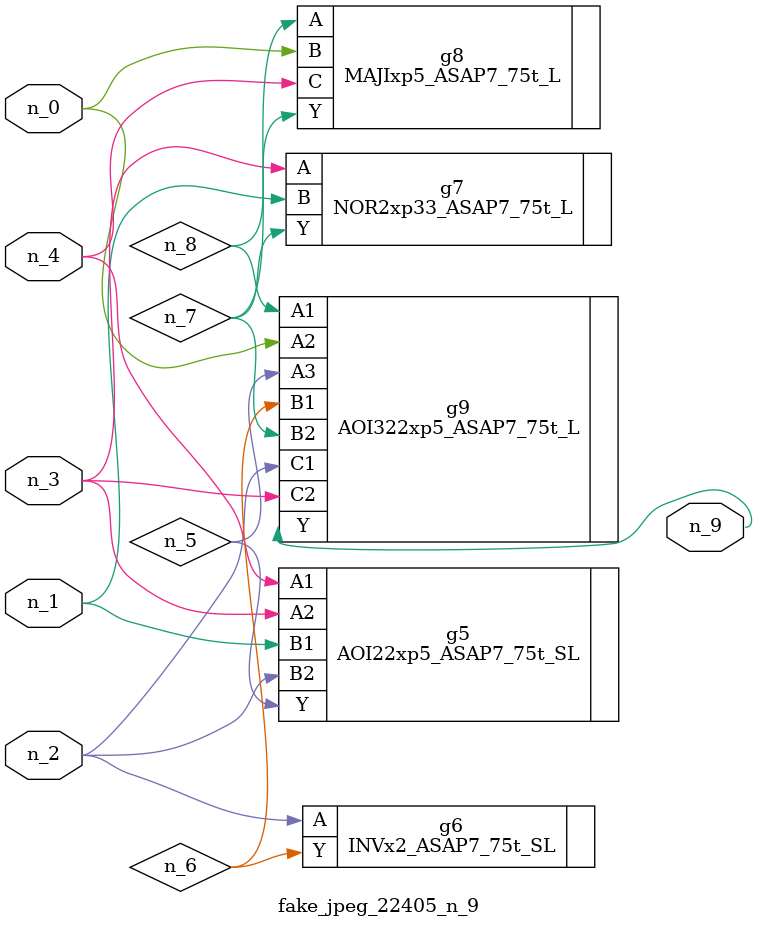
<source format=v>
module fake_jpeg_22405_n_9 (n_3, n_2, n_1, n_0, n_4, n_9);

input n_3;
input n_2;
input n_1;
input n_0;
input n_4;

output n_9;

wire n_8;
wire n_6;
wire n_5;
wire n_7;

AOI22xp5_ASAP7_75t_SL g5 ( 
.A1(n_4),
.A2(n_3),
.B1(n_1),
.B2(n_2),
.Y(n_5)
);

INVx2_ASAP7_75t_SL g6 ( 
.A(n_2),
.Y(n_6)
);

NOR2xp33_ASAP7_75t_L g7 ( 
.A(n_3),
.B(n_1),
.Y(n_7)
);

MAJIxp5_ASAP7_75t_L g8 ( 
.A(n_7),
.B(n_0),
.C(n_4),
.Y(n_8)
);

AOI322xp5_ASAP7_75t_L g9 ( 
.A1(n_8),
.A2(n_0),
.A3(n_5),
.B1(n_6),
.B2(n_7),
.C1(n_2),
.C2(n_3),
.Y(n_9)
);


endmodule
</source>
